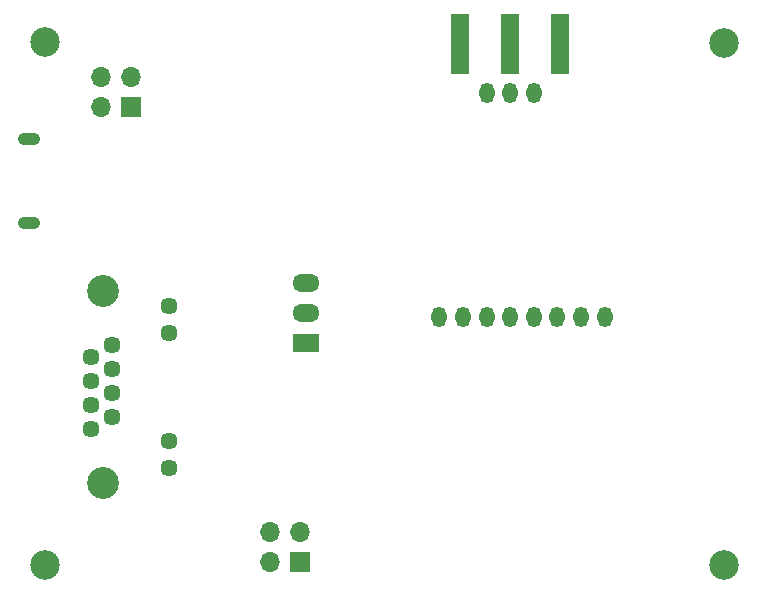
<source format=gbs>
G04 #@! TF.GenerationSoftware,KiCad,Pcbnew,(5.1.9-0-10_14)*
G04 #@! TF.CreationDate,2021-06-28T14:28:25+02:00*
G04 #@! TF.ProjectId,ithowifi_4l,6974686f-7769-4666-995f-346c2e6b6963,rev?*
G04 #@! TF.SameCoordinates,Original*
G04 #@! TF.FileFunction,Soldermask,Bot*
G04 #@! TF.FilePolarity,Negative*
%FSLAX46Y46*%
G04 Gerber Fmt 4.6, Leading zero omitted, Abs format (unit mm)*
G04 Created by KiCad (PCBNEW (5.1.9-0-10_14)) date 2021-06-28 14:28:25*
%MOMM*%
%LPD*%
G01*
G04 APERTURE LIST*
%ADD10C,1.500000*%
%ADD11O,1.700000X1.700000*%
%ADD12R,1.700000X1.700000*%
%ADD13O,1.900000X1.050000*%
%ADD14C,2.500000*%
%ADD15O,2.300000X1.500000*%
%ADD16R,2.300000X1.500000*%
%ADD17C,1.446000*%
%ADD18C,2.700000*%
%ADD19O,1.300000X1.750000*%
%ADD20R,1.500000X5.080000*%
G04 APERTURE END LIST*
D10*
X94869000Y-111125000D03*
D11*
X60198000Y-112395000D03*
X62738000Y-112395000D03*
X60198000Y-114935000D03*
D12*
X62738000Y-114935000D03*
D13*
X54155000Y-124743000D03*
X54155000Y-117593000D03*
D14*
X55482000Y-153704000D03*
X113013000Y-153704000D03*
X113013000Y-109508000D03*
X55482000Y-109381000D03*
D15*
X77580000Y-129828000D03*
X77580000Y-132368000D03*
D16*
X77580000Y-134908000D03*
D17*
X59372500Y-142176500D03*
X61152500Y-141156500D03*
X59372500Y-140136500D03*
X61152500Y-139116500D03*
X59372500Y-138096500D03*
X61152500Y-137076500D03*
X59372500Y-136056500D03*
X61152500Y-135036500D03*
X65962500Y-145466500D03*
X65962500Y-143176500D03*
X65962500Y-134036500D03*
X65962500Y-131746500D03*
D18*
X60392500Y-130476500D03*
X60392500Y-146736500D03*
D19*
X96872000Y-113739000D03*
X94872000Y-113739000D03*
X92872000Y-113739000D03*
X88872000Y-132739000D03*
X90872000Y-132739000D03*
X92872000Y-132739000D03*
X94872000Y-132739000D03*
X96872000Y-132739000D03*
X98872000Y-132739000D03*
X100872000Y-132739000D03*
X102872000Y-132739000D03*
D11*
X74532000Y-150910000D03*
X77072000Y-150910000D03*
X74532000Y-153450000D03*
D12*
X77072000Y-153450000D03*
D20*
X90631400Y-109548400D03*
X99131400Y-109548400D03*
X94881400Y-109548400D03*
M02*

</source>
